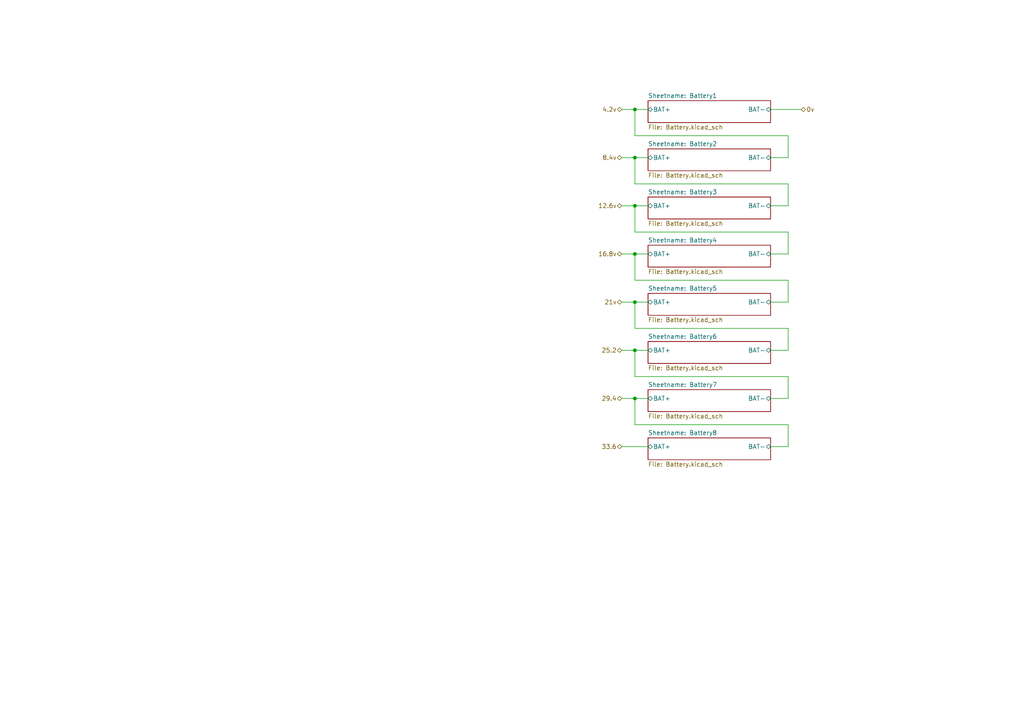
<source format=kicad_sch>
(kicad_sch
	(version 20231120)
	(generator "eeschema")
	(generator_version "8.0")
	(uuid "e1c39902-ca7e-4bc3-ba00-e2c5ffdf5d97")
	(paper "A4")
	(lib_symbols)
	(junction
		(at 184.15 45.72)
		(diameter 0)
		(color 0 0 0 0)
		(uuid "1ea4e1a9-bbfc-4843-8139-759d76a8f519")
	)
	(junction
		(at 184.15 73.66)
		(diameter 0)
		(color 0 0 0 0)
		(uuid "24ecf9f8-87b7-49b3-acb0-05a0d676fc29")
	)
	(junction
		(at 184.15 115.57)
		(diameter 0)
		(color 0 0 0 0)
		(uuid "a63abf93-a870-48c9-8028-e71ce0f75675")
	)
	(junction
		(at 184.15 59.69)
		(diameter 0)
		(color 0 0 0 0)
		(uuid "d1e909ea-4b3a-4961-9566-a7bb4b08b7d1")
	)
	(junction
		(at 184.15 101.6)
		(diameter 0)
		(color 0 0 0 0)
		(uuid "e4ee2dd4-3207-4be9-bc13-34c558e6ffde")
	)
	(junction
		(at 184.15 31.75)
		(diameter 0)
		(color 0 0 0 0)
		(uuid "f83d2991-8133-4da2-a39d-b0fad1ce8afe")
	)
	(junction
		(at 184.15 87.63)
		(diameter 0)
		(color 0 0 0 0)
		(uuid "fb146ab7-ab34-4395-851c-4cdc3b88a950")
	)
	(wire
		(pts
			(xy 228.6 87.63) (xy 223.52 87.63)
		)
		(stroke
			(width 0)
			(type default)
		)
		(uuid "05b55004-c75c-432b-a4c8-8310679febcf")
	)
	(wire
		(pts
			(xy 180.34 59.69) (xy 184.15 59.69)
		)
		(stroke
			(width 0)
			(type default)
		)
		(uuid "0bab1e31-6712-4955-bcd7-de1ea97b1780")
	)
	(wire
		(pts
			(xy 228.6 81.28) (xy 228.6 87.63)
		)
		(stroke
			(width 0)
			(type default)
		)
		(uuid "113f2ff3-d671-4c3d-8418-fea9f55de9b1")
	)
	(wire
		(pts
			(xy 184.15 101.6) (xy 187.96 101.6)
		)
		(stroke
			(width 0)
			(type default)
		)
		(uuid "1178517c-2431-49dd-9398-d11eb22dbf38")
	)
	(wire
		(pts
			(xy 228.6 101.6) (xy 223.52 101.6)
		)
		(stroke
			(width 0)
			(type default)
		)
		(uuid "216c1f64-0222-42ae-909f-a0758b41772e")
	)
	(wire
		(pts
			(xy 180.34 45.72) (xy 184.15 45.72)
		)
		(stroke
			(width 0)
			(type default)
		)
		(uuid "22a6a577-1fd2-447c-a619-81aa39e693c2")
	)
	(wire
		(pts
			(xy 228.6 123.19) (xy 228.6 129.54)
		)
		(stroke
			(width 0)
			(type default)
		)
		(uuid "233421f7-9792-4150-af87-4fa59323a9d1")
	)
	(wire
		(pts
			(xy 228.6 115.57) (xy 223.52 115.57)
		)
		(stroke
			(width 0)
			(type default)
		)
		(uuid "2e02e4c6-a3af-492b-b886-af447796b799")
	)
	(wire
		(pts
			(xy 184.15 81.28) (xy 228.6 81.28)
		)
		(stroke
			(width 0)
			(type default)
		)
		(uuid "319bff33-fa47-42cc-a9ed-1b4b58b6378f")
	)
	(wire
		(pts
			(xy 184.15 31.75) (xy 187.96 31.75)
		)
		(stroke
			(width 0)
			(type default)
		)
		(uuid "330bbd78-c88a-4543-bd68-2f44d6280709")
	)
	(wire
		(pts
			(xy 184.15 95.25) (xy 228.6 95.25)
		)
		(stroke
			(width 0)
			(type default)
		)
		(uuid "33e7b24f-6c6f-412a-a8e7-8625586f8101")
	)
	(wire
		(pts
			(xy 184.15 59.69) (xy 187.96 59.69)
		)
		(stroke
			(width 0)
			(type default)
		)
		(uuid "37680fa7-1941-48eb-84b3-ea22be5f1b8f")
	)
	(wire
		(pts
			(xy 180.34 129.54) (xy 187.96 129.54)
		)
		(stroke
			(width 0)
			(type default)
		)
		(uuid "38963147-fd88-4850-9f58-29218b6ae6c9")
	)
	(wire
		(pts
			(xy 180.34 87.63) (xy 184.15 87.63)
		)
		(stroke
			(width 0)
			(type default)
		)
		(uuid "3a5d2a4e-648a-4bbd-8876-a17ae00474c9")
	)
	(wire
		(pts
			(xy 184.15 115.57) (xy 187.96 115.57)
		)
		(stroke
			(width 0)
			(type default)
		)
		(uuid "47b7e0df-7d66-4a84-92f7-393a25188adf")
	)
	(wire
		(pts
			(xy 228.6 45.72) (xy 223.52 45.72)
		)
		(stroke
			(width 0)
			(type default)
		)
		(uuid "4933996c-b5d2-47fc-84dd-8440228ed5be")
	)
	(wire
		(pts
			(xy 184.15 31.75) (xy 184.15 39.37)
		)
		(stroke
			(width 0)
			(type default)
		)
		(uuid "518d9b96-3963-4bc7-88fa-b303ebcff670")
	)
	(wire
		(pts
			(xy 184.15 45.72) (xy 184.15 53.34)
		)
		(stroke
			(width 0)
			(type default)
		)
		(uuid "5a0c74e6-6f4a-4d23-a7e1-1b5dfa3d4031")
	)
	(wire
		(pts
			(xy 228.6 67.31) (xy 228.6 73.66)
		)
		(stroke
			(width 0)
			(type default)
		)
		(uuid "5ef2f6bf-c1ae-4cd1-ad61-e0f191d9cc8f")
	)
	(wire
		(pts
			(xy 228.6 53.34) (xy 228.6 59.69)
		)
		(stroke
			(width 0)
			(type default)
		)
		(uuid "60129d71-d7c1-473c-a94e-3edfae0c838d")
	)
	(wire
		(pts
			(xy 228.6 109.22) (xy 228.6 115.57)
		)
		(stroke
			(width 0)
			(type default)
		)
		(uuid "6166f524-0459-498a-b9f5-8dbbebed110f")
	)
	(wire
		(pts
			(xy 184.15 39.37) (xy 228.6 39.37)
		)
		(stroke
			(width 0)
			(type default)
		)
		(uuid "65854e54-a894-40e1-8069-fd1a4d9e5c04")
	)
	(wire
		(pts
			(xy 184.15 45.72) (xy 187.96 45.72)
		)
		(stroke
			(width 0)
			(type default)
		)
		(uuid "73b4f587-2f0d-4214-b8d7-2c6c390cc789")
	)
	(wire
		(pts
			(xy 184.15 109.22) (xy 228.6 109.22)
		)
		(stroke
			(width 0)
			(type default)
		)
		(uuid "78192f2d-87d4-405f-86fd-1ae46aed2203")
	)
	(wire
		(pts
			(xy 223.52 31.75) (xy 232.41 31.75)
		)
		(stroke
			(width 0)
			(type default)
		)
		(uuid "7fff6f3f-637f-4b5f-aa0f-0a8262922712")
	)
	(wire
		(pts
			(xy 184.15 101.6) (xy 184.15 109.22)
		)
		(stroke
			(width 0)
			(type default)
		)
		(uuid "80bfd0f7-75ce-4990-8df2-7399efbdeba3")
	)
	(wire
		(pts
			(xy 184.15 115.57) (xy 184.15 123.19)
		)
		(stroke
			(width 0)
			(type default)
		)
		(uuid "835aa769-67a4-4806-b496-b54139ce93d1")
	)
	(wire
		(pts
			(xy 184.15 73.66) (xy 187.96 73.66)
		)
		(stroke
			(width 0)
			(type default)
		)
		(uuid "8b92d5f0-3fd3-4275-a892-045c6ee618dc")
	)
	(wire
		(pts
			(xy 228.6 95.25) (xy 228.6 101.6)
		)
		(stroke
			(width 0)
			(type default)
		)
		(uuid "8d83d41f-9309-4e2d-8963-31bc09085055")
	)
	(wire
		(pts
			(xy 180.34 101.6) (xy 184.15 101.6)
		)
		(stroke
			(width 0)
			(type default)
		)
		(uuid "8ffcfc5b-fe1c-480d-be6f-f8273153059f")
	)
	(wire
		(pts
			(xy 180.34 115.57) (xy 184.15 115.57)
		)
		(stroke
			(width 0)
			(type default)
		)
		(uuid "90a7fc30-89ff-44c9-9da8-41dc6d98f5b8")
	)
	(wire
		(pts
			(xy 184.15 53.34) (xy 228.6 53.34)
		)
		(stroke
			(width 0)
			(type default)
		)
		(uuid "99442baa-11c6-42b6-8f9a-a61e61847ba0")
	)
	(wire
		(pts
			(xy 184.15 67.31) (xy 228.6 67.31)
		)
		(stroke
			(width 0)
			(type default)
		)
		(uuid "a5932353-fa16-40db-a44b-e06b7b061ad4")
	)
	(wire
		(pts
			(xy 228.6 59.69) (xy 223.52 59.69)
		)
		(stroke
			(width 0)
			(type default)
		)
		(uuid "b5628bfd-5059-43da-b1df-a86c9a9fadab")
	)
	(wire
		(pts
			(xy 228.6 73.66) (xy 223.52 73.66)
		)
		(stroke
			(width 0)
			(type default)
		)
		(uuid "c20d89ab-75a3-4d46-ae61-47d0d0443c12")
	)
	(wire
		(pts
			(xy 184.15 87.63) (xy 184.15 95.25)
		)
		(stroke
			(width 0)
			(type default)
		)
		(uuid "c2bfbca9-f2a4-47dd-8479-dff6bee1277a")
	)
	(wire
		(pts
			(xy 228.6 129.54) (xy 223.52 129.54)
		)
		(stroke
			(width 0)
			(type default)
		)
		(uuid "c413ffd3-5baf-4234-80ea-16d767a15d34")
	)
	(wire
		(pts
			(xy 184.15 87.63) (xy 187.96 87.63)
		)
		(stroke
			(width 0)
			(type default)
		)
		(uuid "d571266a-9da5-430f-83fd-e358056544f8")
	)
	(wire
		(pts
			(xy 184.15 59.69) (xy 184.15 67.31)
		)
		(stroke
			(width 0)
			(type default)
		)
		(uuid "dc5b9db9-878b-4983-b75d-c2c6474ac3ee")
	)
	(wire
		(pts
			(xy 228.6 39.37) (xy 228.6 45.72)
		)
		(stroke
			(width 0)
			(type default)
		)
		(uuid "e2899e62-aaa7-4f76-a67d-fee52dca1e27")
	)
	(wire
		(pts
			(xy 184.15 73.66) (xy 184.15 81.28)
		)
		(stroke
			(width 0)
			(type default)
		)
		(uuid "e802b082-dd9b-4154-804c-80b85e1ef838")
	)
	(wire
		(pts
			(xy 180.34 73.66) (xy 184.15 73.66)
		)
		(stroke
			(width 0)
			(type default)
		)
		(uuid "f2a1f8a6-d008-4677-8c91-29459aaaafb5")
	)
	(wire
		(pts
			(xy 180.34 31.75) (xy 184.15 31.75)
		)
		(stroke
			(width 0)
			(type default)
		)
		(uuid "f419065d-372f-4af2-81c9-6137106f9306")
	)
	(wire
		(pts
			(xy 184.15 123.19) (xy 228.6 123.19)
		)
		(stroke
			(width 0)
			(type default)
		)
		(uuid "f90dfc2c-75b9-4b09-9796-6a05001a4c10")
	)
	(hierarchical_label "25.2"
		(shape bidirectional)
		(at 180.34 101.6 180)
		(fields_autoplaced yes)
		(effects
			(font
				(size 1.27 1.27)
			)
			(justify right)
		)
		(uuid "246b21cf-71da-4b52-888f-da0e631317eb")
	)
	(hierarchical_label "16.8v"
		(shape bidirectional)
		(at 180.34 73.66 180)
		(fields_autoplaced yes)
		(effects
			(font
				(size 1.27 1.27)
			)
			(justify right)
		)
		(uuid "3252db3d-e4c7-450e-a135-73d98f70a3d7")
	)
	(hierarchical_label "21v"
		(shape bidirectional)
		(at 180.34 87.63 180)
		(fields_autoplaced yes)
		(effects
			(font
				(size 1.27 1.27)
			)
			(justify right)
		)
		(uuid "3712036c-38db-4ce1-8280-0ea9aa6a93f9")
	)
	(hierarchical_label "29.4"
		(shape bidirectional)
		(at 180.34 115.57 180)
		(fields_autoplaced yes)
		(effects
			(font
				(size 1.27 1.27)
			)
			(justify right)
		)
		(uuid "49b2e0c5-bc97-43c3-be07-bdc25d3d239e")
	)
	(hierarchical_label "4.2v"
		(shape bidirectional)
		(at 180.34 31.75 180)
		(fields_autoplaced yes)
		(effects
			(font
				(size 1.27 1.27)
			)
			(justify right)
		)
		(uuid "6d7a0872-dc1f-4e10-9a90-3c8a3d35422d")
	)
	(hierarchical_label "0v"
		(shape bidirectional)
		(at 232.41 31.75 0)
		(fields_autoplaced yes)
		(effects
			(font
				(size 1.27 1.27)
			)
			(justify left)
		)
		(uuid "bc678012-ba2c-4858-8516-c19352e89b06")
	)
	(hierarchical_label "12.6v"
		(shape bidirectional)
		(at 180.34 59.69 180)
		(fields_autoplaced yes)
		(effects
			(font
				(size 1.27 1.27)
			)
			(justify right)
		)
		(uuid "c151b15a-a2af-4f59-8373-db078361980a")
	)
	(hierarchical_label "8.4v"
		(shape bidirectional)
		(at 180.34 45.72 180)
		(fields_autoplaced yes)
		(effects
			(font
				(size 1.27 1.27)
			)
			(justify right)
		)
		(uuid "e3f01822-28bd-4ada-bc73-47a10dba7546")
	)
	(hierarchical_label "33.6"
		(shape bidirectional)
		(at 180.34 129.54 180)
		(fields_autoplaced yes)
		(effects
			(font
				(size 1.27 1.27)
			)
			(justify right)
		)
		(uuid "e90edb1e-ad40-4fbe-8720-56a01bceea77")
	)
	(sheet
		(at 187.96 43.18)
		(size 35.56 6.35)
		(fields_autoplaced yes)
		(stroke
			(width 0.1524)
			(type solid)
		)
		(fill
			(color 0 0 0 0.0000)
		)
		(uuid "117ef703-b8fc-4370-bfcd-aff31c8bd2d5")
		(property "Sheetname" "Battery2"
			(at 187.96 42.4684 0)
			(show_name yes)
			(effects
				(font
					(size 1.27 1.27)
				)
				(justify left bottom)
			)
		)
		(property "Sheetfile" "Battery.kicad_sch"
			(at 187.96 50.1146 0)
			(effects
				(font
					(size 1.27 1.27)
				)
				(justify left top)
			)
		)
		(pin "BAT-" bidirectional
			(at 223.52 45.72 0)
			(effects
				(font
					(size 1.27 1.27)
				)
				(justify right)
			)
			(uuid "9d9b75bb-33bc-4bcd-afb1-74fa844f236d")
		)
		(pin "BAT+" bidirectional
			(at 187.96 45.72 180)
			(effects
				(font
					(size 1.27 1.27)
				)
				(justify left)
			)
			(uuid "302c1bc7-481c-411d-bd22-ba38fab2f7dc")
		)
		(instances
			(project "BounceBack"
				(path "/f4d3aea2-c6b7-478e-bd31-9b0098518f48/1a31741d-88c3-47d9-834f-01dfee5cc6d9"
					(page "13")
				)
			)
		)
	)
	(sheet
		(at 187.96 29.21)
		(size 35.56 6.35)
		(fields_autoplaced yes)
		(stroke
			(width 0.1524)
			(type solid)
		)
		(fill
			(color 0 0 0 0.0000)
		)
		(uuid "1551cce4-8866-4495-982a-a77f6e9327d9")
		(property "Sheetname" "Battery1"
			(at 187.96 28.4984 0)
			(show_name yes)
			(effects
				(font
					(size 1.27 1.27)
				)
				(justify left bottom)
			)
		)
		(property "Sheetfile" "Battery.kicad_sch"
			(at 187.96 36.1446 0)
			(effects
				(font
					(size 1.27 1.27)
				)
				(justify left top)
			)
		)
		(pin "BAT-" bidirectional
			(at 223.52 31.75 0)
			(effects
				(font
					(size 1.27 1.27)
				)
				(justify right)
			)
			(uuid "6e60a2f2-8902-4d48-97af-c631577e872e")
		)
		(pin "BAT+" bidirectional
			(at 187.96 31.75 180)
			(effects
				(font
					(size 1.27 1.27)
				)
				(justify left)
			)
			(uuid "94c7a648-16ed-4cb1-a821-5eaa0483354a")
		)
		(instances
			(project "BounceBack"
				(path "/f4d3aea2-c6b7-478e-bd31-9b0098518f48/1a31741d-88c3-47d9-834f-01dfee5cc6d9"
					(page "12")
				)
			)
		)
	)
	(sheet
		(at 187.96 113.03)
		(size 35.56 6.35)
		(fields_autoplaced yes)
		(stroke
			(width 0.1524)
			(type solid)
		)
		(fill
			(color 0 0 0 0.0000)
		)
		(uuid "1a201732-b9ac-4a68-82dc-a3b4e58f320a")
		(property "Sheetname" "Battery7"
			(at 187.96 112.3184 0)
			(show_name yes)
			(effects
				(font
					(size 1.27 1.27)
				)
				(justify left bottom)
			)
		)
		(property "Sheetfile" "Battery.kicad_sch"
			(at 187.96 119.9646 0)
			(effects
				(font
					(size 1.27 1.27)
				)
				(justify left top)
			)
		)
		(pin "BAT-" bidirectional
			(at 223.52 115.57 0)
			(effects
				(font
					(size 1.27 1.27)
				)
				(justify right)
			)
			(uuid "6f211f14-6442-4622-9efe-fb6befde24bd")
		)
		(pin "BAT+" bidirectional
			(at 187.96 115.57 180)
			(effects
				(font
					(size 1.27 1.27)
				)
				(justify left)
			)
			(uuid "f612794c-4972-47e4-a85a-229a8071b826")
		)
		(instances
			(project "BounceBack"
				(path "/f4d3aea2-c6b7-478e-bd31-9b0098518f48/1a31741d-88c3-47d9-834f-01dfee5cc6d9"
					(page "18")
				)
			)
		)
	)
	(sheet
		(at 187.96 71.12)
		(size 35.56 6.35)
		(fields_autoplaced yes)
		(stroke
			(width 0.1524)
			(type solid)
		)
		(fill
			(color 0 0 0 0.0000)
		)
		(uuid "84fcc5dc-fa9b-4edf-8bba-1647bc64b9b8")
		(property "Sheetname" "Battery4"
			(at 187.96 70.4084 0)
			(show_name yes)
			(effects
				(font
					(size 1.27 1.27)
				)
				(justify left bottom)
			)
		)
		(property "Sheetfile" "Battery.kicad_sch"
			(at 187.96 78.0546 0)
			(effects
				(font
					(size 1.27 1.27)
				)
				(justify left top)
			)
		)
		(pin "BAT-" bidirectional
			(at 223.52 73.66 0)
			(effects
				(font
					(size 1.27 1.27)
				)
				(justify right)
			)
			(uuid "74271116-083d-411c-adad-b1c0ea2a07dc")
		)
		(pin "BAT+" bidirectional
			(at 187.96 73.66 180)
			(effects
				(font
					(size 1.27 1.27)
				)
				(justify left)
			)
			(uuid "1dab68f1-035d-4471-9d01-3e29a1ed6aa7")
		)
		(instances
			(project "BounceBack"
				(path "/f4d3aea2-c6b7-478e-bd31-9b0098518f48/1a31741d-88c3-47d9-834f-01dfee5cc6d9"
					(page "15")
				)
			)
		)
	)
	(sheet
		(at 187.96 85.09)
		(size 35.56 6.35)
		(fields_autoplaced yes)
		(stroke
			(width 0.1524)
			(type solid)
		)
		(fill
			(color 0 0 0 0.0000)
		)
		(uuid "918d9447-f370-4db2-b8a3-eec52e987d54")
		(property "Sheetname" "Battery5"
			(at 187.96 84.3784 0)
			(show_name yes)
			(effects
				(font
					(size 1.27 1.27)
				)
				(justify left bottom)
			)
		)
		(property "Sheetfile" "Battery.kicad_sch"
			(at 187.96 92.0246 0)
			(effects
				(font
					(size 1.27 1.27)
				)
				(justify left top)
			)
		)
		(pin "BAT-" bidirectional
			(at 223.52 87.63 0)
			(effects
				(font
					(size 1.27 1.27)
				)
				(justify right)
			)
			(uuid "682e09d2-28a5-4196-a3af-97cc7ac8d413")
		)
		(pin "BAT+" bidirectional
			(at 187.96 87.63 180)
			(effects
				(font
					(size 1.27 1.27)
				)
				(justify left)
			)
			(uuid "47ead05f-aa18-4fdb-89ba-6255f02c4f8e")
		)
		(instances
			(project "BounceBack"
				(path "/f4d3aea2-c6b7-478e-bd31-9b0098518f48/1a31741d-88c3-47d9-834f-01dfee5cc6d9"
					(page "16")
				)
			)
		)
	)
	(sheet
		(at 187.96 127)
		(size 35.56 6.35)
		(fields_autoplaced yes)
		(stroke
			(width 0.1524)
			(type solid)
		)
		(fill
			(color 0 0 0 0.0000)
		)
		(uuid "9db08163-0bb8-4c3b-bb41-74c13cb1f83a")
		(property "Sheetname" "Battery8"
			(at 187.96 126.2884 0)
			(show_name yes)
			(effects
				(font
					(size 1.27 1.27)
				)
				(justify left bottom)
			)
		)
		(property "Sheetfile" "Battery.kicad_sch"
			(at 187.96 133.9346 0)
			(effects
				(font
					(size 1.27 1.27)
				)
				(justify left top)
			)
		)
		(pin "BAT-" bidirectional
			(at 223.52 129.54 0)
			(effects
				(font
					(size 1.27 1.27)
				)
				(justify right)
			)
			(uuid "910badc5-4b40-4131-a351-51eba821389b")
		)
		(pin "BAT+" bidirectional
			(at 187.96 129.54 180)
			(effects
				(font
					(size 1.27 1.27)
				)
				(justify left)
			)
			(uuid "a259f56f-2d64-40d7-8943-eee682722b52")
		)
		(instances
			(project "BounceBack"
				(path "/f4d3aea2-c6b7-478e-bd31-9b0098518f48/1a31741d-88c3-47d9-834f-01dfee5cc6d9"
					(page "19")
				)
			)
		)
	)
	(sheet
		(at 187.96 57.15)
		(size 35.56 6.35)
		(fields_autoplaced yes)
		(stroke
			(width 0.1524)
			(type solid)
		)
		(fill
			(color 0 0 0 0.0000)
		)
		(uuid "b6448387-a56d-4315-8544-a7512868ec52")
		(property "Sheetname" "Battery3"
			(at 187.96 56.4384 0)
			(show_name yes)
			(effects
				(font
					(size 1.27 1.27)
				)
				(justify left bottom)
			)
		)
		(property "Sheetfile" "Battery.kicad_sch"
			(at 187.96 64.0846 0)
			(effects
				(font
					(size 1.27 1.27)
				)
				(justify left top)
			)
		)
		(pin "BAT-" bidirectional
			(at 223.52 59.69 0)
			(effects
				(font
					(size 1.27 1.27)
				)
				(justify right)
			)
			(uuid "32cd2c79-0618-4d4b-990b-643917a45ad5")
		)
		(pin "BAT+" bidirectional
			(at 187.96 59.69 180)
			(effects
				(font
					(size 1.27 1.27)
				)
				(justify left)
			)
			(uuid "e12b5947-36ed-4641-93f3-89ec3b3b0966")
		)
		(instances
			(project "BounceBack"
				(path "/f4d3aea2-c6b7-478e-bd31-9b0098518f48/1a31741d-88c3-47d9-834f-01dfee5cc6d9"
					(page "14")
				)
			)
		)
	)
	(sheet
		(at 187.96 99.06)
		(size 35.56 6.35)
		(fields_autoplaced yes)
		(stroke
			(width 0.1524)
			(type solid)
		)
		(fill
			(color 0 0 0 0.0000)
		)
		(uuid "c0fa25f9-89d7-46c1-befa-1ac9188fe79f")
		(property "Sheetname" "Battery6"
			(at 187.96 98.3484 0)
			(show_name yes)
			(effects
				(font
					(size 1.27 1.27)
				)
				(justify left bottom)
			)
		)
		(property "Sheetfile" "Battery.kicad_sch"
			(at 187.96 105.9946 0)
			(effects
				(font
					(size 1.27 1.27)
				)
				(justify left top)
			)
		)
		(pin "BAT-" bidirectional
			(at 223.52 101.6 0)
			(effects
				(font
					(size 1.27 1.27)
				)
				(justify right)
			)
			(uuid "23dc5433-ea59-49eb-a9c4-29658091b9b6")
		)
		(pin "BAT+" bidirectional
			(at 187.96 101.6 180)
			(effects
				(font
					(size 1.27 1.27)
				)
				(justify left)
			)
			(uuid "2e13de9e-2714-4906-8bb5-8f1bc364108f")
		)
		(instances
			(project "BounceBack"
				(path "/f4d3aea2-c6b7-478e-bd31-9b0098518f48/1a31741d-88c3-47d9-834f-01dfee5cc6d9"
					(page "17")
				)
			)
		)
	)
)
</source>
